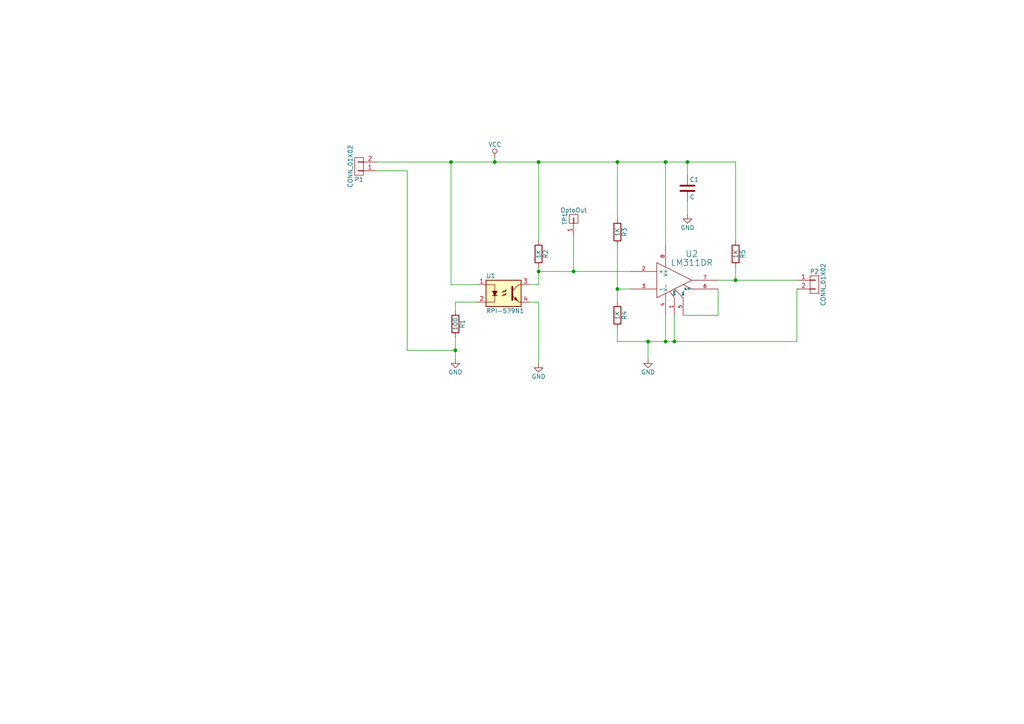
<source format=kicad_sch>
(kicad_sch (version 20230121) (generator eeschema)
  (paper "A4")
  (lib_symbols
    (symbol "MotorEncoder:RPI-579N1" (pin_names (offset 1.016))
      (property "Reference" "U" (at -5.08 5.08 0))
      (property "Value" "RPI-579N1" (at -5.08 -5.08 0))
      (property "Datasheet" "http://www.us.liteon.com/downloads/LTV-817-827-847.PDF" (at 0 -2.54 0))
      (symbol "RPI-579N1_0_1"
        (rectangle (start -5.08 3.81) (end 5.08 -3.81) (stroke (width 0.254)) (fill (type background)))
        (polyline (pts (xy -3.175 -0.635) (xy -1.905 -0.635)) (stroke (width 0.254)))
        (polyline (pts (xy 2.54 0.635) (xy 4.445 2.54)))
        (polyline (pts (xy 4.445 -2.54) (xy 2.54 -0.635)) (fill (type outline)))
        (polyline (pts (xy 4.445 -2.54) (xy 5.08 -2.54)))
        (polyline (pts (xy 4.445 2.54) (xy 5.08 2.54)))
        (polyline (pts (xy -5.08 2.54) (xy -2.54 2.54) (xy -2.54 0.635)))
        (polyline (pts (xy -2.54 -0.635) (xy -2.54 -2.54) (xy -5.08 -2.54)))
        (polyline (pts (xy 2.54 1.905) (xy 2.54 -1.905) (xy 2.54 -1.905)) (stroke (width 0.508)))
        (polyline (pts (xy -2.54 -0.635) (xy -3.175 0.635) (xy -1.905 0.635) (xy -2.54 -0.635)) (stroke (width 0.254)) (fill (type outline)))
        (polyline (pts (xy -0.508 0.254) (xy 0.0254 0.762) (xy 0.0254 0.254) (xy 0.7874 1.016)))
        (polyline (pts (xy 0.7874 1.016) (xy 0.2794 0.762) (xy 0.5334 0.508) (xy 0.7874 1.016)))
        (polyline (pts (xy 3.048 -1.651) (xy 3.556 -1.143) (xy 4.064 -2.159) (xy 3.048 -1.651) (xy 3.048 -1.651)) (fill (type outline)))
        (polyline (pts (xy -0.508 -0.762) (xy 0.0254 -0.254) (xy 0.0254 -0.762) (xy 0.7874 0) (xy 0.2794 -0.254) (xy 0.5334 -0.508) (xy 0.7874 0)))
      )
      (symbol "RPI-579N1_1_1"
        (pin passive line (at -7.62 2.54 0) (length 2.54) (name "~") (number "1"))
        (pin passive line (at -7.62 -2.54 0) (length 2.54) (name "~") (number "2"))
        (pin passive line (at 7.62 2.54 180) (length 2.54) (name "~") (number "3"))
        (pin passive line (at 7.62 -2.54 180) (length 2.54) (name "~") (number "4"))
      )
    )
    (symbol "MotorEncoderBoard-rescue:C" (pin_numbers hide) (pin_names (offset 0.254))
      (property "Reference" "C" (at 0.635 2.54 0))
      (property "Value" "C" (at 0.635 -2.54 0))
      (symbol "C_0_1"
        (polyline (pts (xy -2.032 -0.762) (xy 2.032 -0.762)) (stroke (width 0.508)))
        (polyline (pts (xy -2.032 0.762) (xy 2.032 0.762)) (stroke (width 0.508)))
      )
      (symbol "C_1_1"
        (pin passive line (at 0 3.81 270) (length 2.794) (name "~") (number "1"))
        (pin passive line (at 0 -3.81 90) (length 2.794) (name "~") (number "2"))
      )
    )
    (symbol "MotorEncoderBoard-rescue:CONN_01X01" (pin_names (offset 1.016) hide)
      (property "Reference" "P" (at 0 2.54 0))
      (property "Value" "CONN_01X01" (at 2.54 0 90))
      (symbol "CONN_01X01_0_1"
        (rectangle (start -1.27 0.127) (end 0.254 -0.127))
        (rectangle (start -1.27 1.27) (end 1.27 -1.27))
      )
      (symbol "CONN_01X01_1_1"
        (pin passive line (at -5.08 0 0) (length 3.81) (name "P1") (number "1"))
      )
    )
    (symbol "MotorEncoderBoard-rescue:CONN_01X02" (pin_names (offset 1.016) hide)
      (property "Reference" "P" (at 0 3.81 0))
      (property "Value" "CONN_01X02" (at 2.54 0 90))
      (symbol "CONN_01X02_0_1"
        (rectangle (start -1.27 -1.143) (end 0.254 -1.397))
        (rectangle (start -1.27 1.397) (end 0.254 1.143))
        (rectangle (start -1.27 2.54) (end 1.27 -2.54))
      )
      (symbol "CONN_01X02_1_1"
        (pin passive line (at -5.08 1.27 0) (length 3.81) (name "P1") (number "1"))
        (pin passive line (at -5.08 -1.27 0) (length 3.81) (name "P2") (number "2"))
      )
    )
    (symbol "MotorEncoderBoard-rescue:GND" (power) (pin_names (offset 0))
      (property "Value" "GND" (at 0 -3.81 0))
      (symbol "GND_0_1"
        (polyline (pts (xy 0 0) (xy 0 -1.27) (xy 1.27 -1.27) (xy 0 -2.54) (xy -1.27 -1.27) (xy 0 -1.27)))
      )
      (symbol "GND_1_1"
        (pin power_in line (at 0 0 270) (length 0) hide (name "GND") (number "1"))
      )
    )
    (symbol "MotorEncoderBoard-rescue:LM311N"
      (property "Reference" "U" (at 5.08 7.62 0))
      (property "Value" "LM311N" (at 5.08 5.08 0))
      (symbol "LM311N_0_1"
        (polyline (pts (xy -5.08 -5.08) (xy -5.08 5.08)))
        (polyline (pts (xy -5.08 5.08) (xy 5.08 0)))
        (polyline (pts (xy 0 -5.08) (xy -1.27 -3.2766)))
        (polyline (pts (xy 2.54 -5.08) (xy 0 -2.54)))
        (polyline (pts (xy 5.08 -2.54) (xy 2.54 -1.27)))
        (polyline (pts (xy 5.08 0) (xy -5.08 -5.08)))
      )
      (symbol "LM311N_1_1"
        (pin input line (at 0 -10.16 90) (length 5.08) (name "GND") (number "1"))
        (pin input line (at -12.7 2.54 0) (length 7.62) (name "+") (number "2"))
        (pin input line (at -12.7 -2.54 0) (length 7.62) (name "-") (number "3"))
        (pin input line (at -2.54 -10.16 90) (length 6.35) (name "V-") (number "4"))
        (pin passive line (at 2.54 -10.16 90) (length 5.08) (name "BAL") (number "5"))
        (pin passive line (at 12.7 -2.54 180) (length 7.62) (name "B/S") (number "6"))
        (pin output line (at 12.7 0 180) (length 7.62) (name "~") (number "7"))
        (pin input line (at -2.54 10.16 270) (length 6.35) (name "V+") (number "8"))
      )
    )
    (symbol "MotorEncoderBoard-rescue:R" (pin_numbers hide) (pin_names (offset 0))
      (property "Reference" "R" (at 2.032 0 90))
      (property "Value" "R" (at 0 0 90))
      (symbol "R_0_1"
        (rectangle (start -1.016 -2.54) (end 1.016 2.54) (stroke (width 0.254)))
      )
      (symbol "R_1_1"
        (pin passive line (at 0 3.81 270) (length 1.27) (name "~") (number "1"))
        (pin passive line (at 0 -3.81 90) (length 1.27) (name "~") (number "2"))
      )
    )
    (symbol "MotorEncoderBoard-rescue:VCC" (power) (pin_names (offset 0))
      (property "Value" "VCC" (at 0 3.81 0))
      (symbol "VCC_0_1"
        (polyline (pts (xy 0 0) (xy 0 1.27)))
        (circle (center 0 1.905) (radius 0.635))
      )
      (symbol "VCC_1_1"
        (pin power_in line (at 0 0 90) (length 0) hide (name "VCC") (number "1"))
      )
    )
  )
  (junction (at 130.81 46.99))
  (junction (at 132.08 101.6))
  (junction (at 166.37 78.74))
  (junction (at 213.36 81.28))
  (junction (at 187.96 99.06))
  (junction (at 156.21 78.74))
  (junction (at 195.58 99.06))
  (junction (at 179.07 46.99))
  (junction (at 156.21 46.99))
  (junction (at 143.51 46.99))
  (junction (at 179.07 83.82))
  (junction (at 193.04 46.99))
  (junction (at 199.39 46.99))
  (junction (at 193.04 99.06))
  (wire (pts (xy 143.51 46.99) (xy 143.51 45.72)))
  (wire (pts (xy 138.43 87.63) (xy 132.08 87.63)))
  (wire (pts (xy 193.04 46.99) (xy 199.39 46.99)))
  (wire (pts (xy 109.22 46.99) (xy 130.81 46.99)))
  (wire (pts (xy 193.04 91.44) (xy 193.04 99.06)))
  (wire (pts (xy 156.21 77.47) (xy 156.21 78.74)))
  (wire (pts (xy 132.08 87.63) (xy 132.08 90.17)))
  (wire (pts (xy 166.37 78.74) (xy 182.88 78.74)))
  (wire (pts (xy 156.21 46.99) (xy 179.07 46.99)))
  (wire (pts (xy 187.96 104.14) (xy 187.96 99.06)))
  (wire (pts (xy 130.81 46.99) (xy 130.81 82.55)))
  (wire (pts (xy 156.21 82.55) (xy 153.67 82.55)))
  (wire (pts (xy 195.58 99.06) (xy 231.14 99.06)))
  (wire (pts (xy 198.12 91.44) (xy 208.28 91.44)))
  (wire (pts (xy 187.96 99.06) (xy 193.04 99.06)))
  (wire (pts (xy 118.11 101.6) (xy 132.08 101.6)))
  (wire (pts (xy 132.08 97.79) (xy 132.08 101.6)))
  (wire (pts (xy 213.36 81.28) (xy 231.14 81.28)))
  (wire (pts (xy 193.04 46.99) (xy 193.04 71.12)))
  (wire (pts (xy 182.88 83.82) (xy 179.07 83.82)))
  (wire (pts (xy 195.58 99.06) (xy 195.58 91.44)))
  (wire (pts (xy 179.07 71.12) (xy 179.07 83.82)))
  (wire (pts (xy 179.07 95.25) (xy 179.07 99.06)))
  (wire (pts (xy 166.37 68.58) (xy 166.37 78.74)))
  (wire (pts (xy 130.81 82.55) (xy 138.43 82.55)))
  (wire (pts (xy 153.67 87.63) (xy 156.21 87.63)))
  (wire (pts (xy 208.28 81.28) (xy 213.36 81.28)))
  (wire (pts (xy 199.39 58.42) (xy 199.39 62.23)))
  (wire (pts (xy 213.36 46.99) (xy 213.36 69.85)))
  (wire (pts (xy 179.07 46.99) (xy 179.07 63.5)))
  (wire (pts (xy 231.14 99.06) (xy 231.14 83.82)))
  (wire (pts (xy 179.07 99.06) (xy 187.96 99.06)))
  (wire (pts (xy 109.22 49.53) (xy 118.11 49.53)))
  (wire (pts (xy 208.28 91.44) (xy 208.28 83.82)))
  (wire (pts (xy 179.07 83.82) (xy 179.07 87.63)))
  (wire (pts (xy 118.11 49.53) (xy 118.11 101.6)))
  (wire (pts (xy 143.51 46.99) (xy 156.21 46.99)))
  (wire (pts (xy 130.81 46.99) (xy 143.51 46.99)))
  (wire (pts (xy 156.21 78.74) (xy 166.37 78.74)))
  (wire (pts (xy 193.04 99.06) (xy 195.58 99.06)))
  (wire (pts (xy 199.39 46.99) (xy 213.36 46.99)))
  (wire (pts (xy 156.21 87.63) (xy 156.21 105.41)))
  (wire (pts (xy 156.21 46.99) (xy 156.21 69.85)))
  (wire (pts (xy 199.39 46.99) (xy 199.39 50.8)))
  (wire (pts (xy 179.07 46.99) (xy 193.04 46.99)))
  (wire (pts (xy 156.21 78.74) (xy 156.21 82.55)))
  (wire (pts (xy 132.08 101.6) (xy 132.08 104.14)))
  (wire (pts (xy 213.36 77.47) (xy 213.36 81.28)))
  (symbol (lib_id "MotorEncoder:RPI-579N1") (at 146.05 85.09 0) (unit 1)
    (property "Reference" "U1" (at 140.97 80.01 0) (effects (justify left)))
    (property "Value" "RPI-579N1" (at 140.97 90.17 0) (effects (justify left)))
    (property "Footprint" "MotorEncoder:RPI-579N1" (effects hide))
    (property "MPN" "RPI-579N1" (effects hide))
    (property "Link" "http://parts.io/detail/710702/RPI-579N1" (effects hide))
  )
  (symbol (lib_id "MotorEncoderBoard-rescue:R") (at 132.08 93.98 0) (unit 1)
    (property "Reference" "R1" (at 134.112 93.98 90))
    (property "Value" "100" (at 132.08 93.98 90))
    (property "Footprint" "Resistors_SMD:R_0805_HandSoldering" (effects hide))
  )
  (symbol (lib_id "MotorEncoderBoard-rescue:VCC") (at 143.51 45.72 0) (unit 1)
    (property "Reference" "#PWR01" (effects hide))
    (property "Value" "VCC" (at 143.51 41.91 0))
  )
  (symbol (lib_id "MotorEncoderBoard-rescue:GND") (at 132.08 104.14 0) (unit 1)
    (property "Reference" "#PWR02" (effects hide))
    (property "Value" "GND" (at 132.08 107.95 0))
  )
  (symbol (lib_id "MotorEncoderBoard-rescue:GND") (at 156.21 105.41 0) (unit 1)
    (property "Reference" "#PWR03" (effects hide))
    (property "Value" "GND" (at 156.21 109.22 0))
  )
  (symbol (lib_id "MotorEncoderBoard-rescue:R") (at 156.21 73.66 0) (unit 1)
    (property "Reference" "R2" (at 158.242 73.66 90))
    (property "Value" "1K" (at 156.21 73.66 90))
    (property "Footprint" "Resistors_SMD:R_0805_HandSoldering" (effects hide))
  )
  (symbol (lib_id "MotorEncoderBoard-rescue:LM311N") (at 195.58 81.28 0) (unit 1)
    (property "Reference" "U2" (at 200.66 73.66 0) (effects (font (size 1.778 1.778))))
    (property "Value" "LM311DR" (at 200.66 76.2 0) (effects (font (size 1.778 1.778))))
    (property "Footprint" "Housings_SOIC:SOIC-8_3.9x4.9mm_Pitch1.27mm" (effects hide))
    (property "MPN" "LM311DR" (effects hide))
    (property "Link" "http://parts.io/detail/916052/LM311DR" (effects hide))
  )
  (symbol (lib_id "MotorEncoderBoard-rescue:R") (at 213.36 73.66 0) (unit 1)
    (property "Reference" "R5" (at 215.392 73.66 90))
    (property "Value" "1K" (at 213.36 73.66 90))
    (property "Footprint" "Resistors_SMD:R_0805_HandSoldering" (effects hide))
  )
  (symbol (lib_id "MotorEncoderBoard-rescue:R") (at 179.07 91.44 0) (unit 1)
    (property "Reference" "R4" (at 181.102 91.44 90))
    (property "Value" "1K" (at 179.07 91.44 90))
    (property "Footprint" "Resistors_SMD:R_0805_HandSoldering" (effects hide))
  )
  (symbol (lib_id "MotorEncoderBoard-rescue:R") (at 179.07 67.31 0) (unit 1)
    (property "Reference" "R3" (at 181.102 67.31 90))
    (property "Value" "1K" (at 179.07 67.31 90))
    (property "Footprint" "Resistors_SMD:R_0805_HandSoldering" (effects hide))
  )
  (symbol (lib_id "MotorEncoderBoard-rescue:GND") (at 187.96 104.14 0) (unit 1)
    (property "Reference" "#PWR04" (effects hide))
    (property "Value" "GND" (at 187.96 107.95 0))
  )
  (symbol (lib_id "MotorEncoderBoard-rescue:CONN_01X02") (at 104.14 48.26 180) (unit 1)
    (property "Reference" "P1" (at 104.14 52.07 0))
    (property "Value" "CONN_01X02" (at 101.6 48.26 90))
    (property "Footprint" "Pin_Headers:Pin_Header_Straight_1x02" (effects hide))
  )
  (symbol (lib_id "MotorEncoderBoard-rescue:C") (at 199.39 54.61 0) (unit 1)
    (property "Reference" "C1" (at 200.025 52.07 0) (effects (justify left)))
    (property "Value" "C" (at 200.025 57.15 0) (effects (justify left)))
    (property "Footprint" "Capacitors_SMD:C_0805_HandSoldering" (effects hide))
  )
  (symbol (lib_id "MotorEncoderBoard-rescue:GND") (at 199.39 62.23 0) (unit 1)
    (property "Reference" "#PWR05" (effects hide))
    (property "Value" "GND" (at 199.39 66.04 0))
  )
  (symbol (lib_id "MotorEncoderBoard-rescue:CONN_01X02") (at 236.22 82.55 0) (unit 1)
    (property "Reference" "P2" (at 236.22 78.74 0))
    (property "Value" "CONN_01X02" (at 238.76 82.55 90))
    (property "Footprint" "Pin_Headers:Pin_Header_Straight_1x02" (effects hide))
  )
  (symbol (lib_id "MotorEncoderBoard-rescue:CONN_01X01") (at 166.37 63.5 90) (unit 1)
    (property "Reference" "TP1" (at 163.83 63.5 0))
    (property "Value" "OptoOut" (at 166.37 60.96 90))
    (property "Footprint" "Measurement_Points:Measurement_Point_Round-SMD-Pad_Big" (effects hide))
  )
)
</source>
